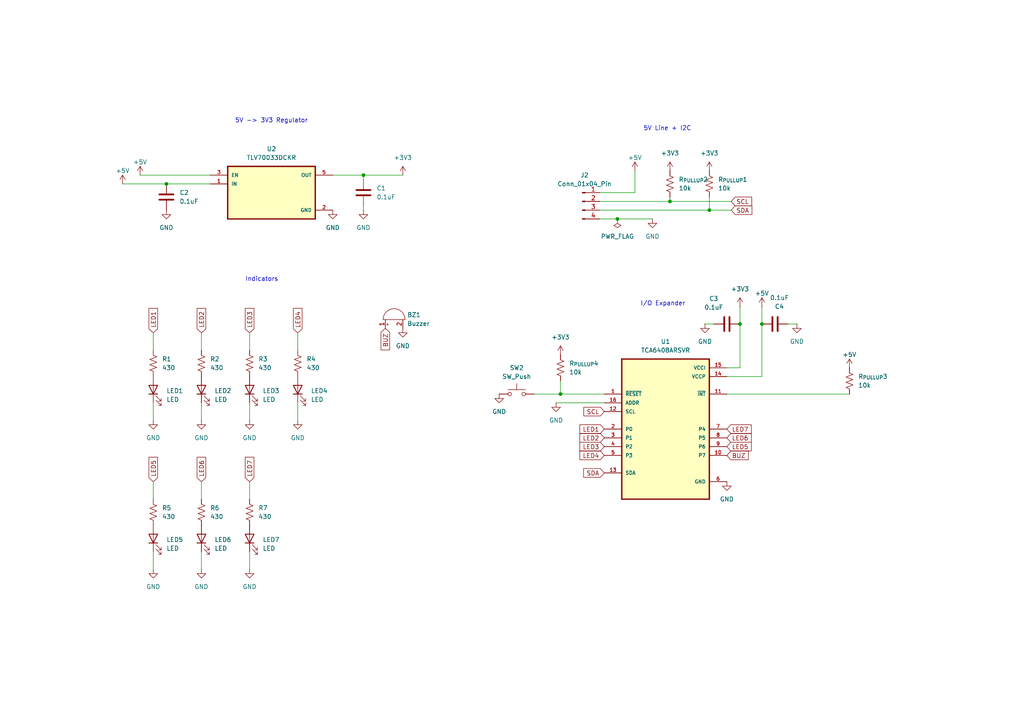
<source format=kicad_sch>
(kicad_sch (version 20250114) (generator "eeschema") (generator_version "9.0")
  (paper "A4")
  (title_block (title "Indicator Board") (date "2025-08-18") (rev "2") (company "HPVDT") (comment 1 "Abdullah Alsafar"))
  (lib_symbols
    (symbol "Connector:Conn_01x04_Pin" (pin_names (offset 1.016) (hide yes))
      (property "Reference" "J" (at 0 5.08 0))
      (property "Value" "Conn_01x04_Pin" (at 0 -7.62 0))
      (symbol "Conn_01x04_Pin_1_1"
        (rectangle (start 0.8636 2.667) (end 0 2.413) (stroke (width 0.1524)) (fill (type outline)))
        (rectangle (start 0.8636 0.127) (end 0 -0.127) (stroke (width 0.1524)) (fill (type outline)))
        (rectangle (start 0.8636 -2.413) (end 0 -2.667) (stroke (width 0.1524)) (fill (type outline)))
        (rectangle (start 0.8636 -4.953) (end 0 -5.207) (stroke (width 0.1524)) (fill (type outline)))
        (polyline (pts (xy 1.27 2.54) (xy 0.8636 2.54)) (stroke (width 0.1524)))
        (polyline (pts (xy 1.27 0) (xy 0.8636 0)) (stroke (width 0.1524)))
        (polyline (pts (xy 1.27 -2.54) (xy 0.8636 -2.54)) (stroke (width 0.1524)))
        (polyline (pts (xy 1.27 -5.08) (xy 0.8636 -5.08)) (stroke (width 0.1524)))
        (pin passive line (at 5.08 2.54 180) (length 3.81) (name "Pin_1") (number "1"))
        (pin passive line (at 5.08 0 180) (length 3.81) (name "Pin_2") (number "2"))
        (pin passive line (at 5.08 -2.54 180) (length 3.81) (name "Pin_3") (number "3"))
        (pin passive line (at 5.08 -5.08 180) (length 3.81) (name "Pin_4") (number "4"))
      )
    )
    (symbol "Device:Buzzer" (pin_names (offset 0.0254) (hide yes))
      (property "Reference" "BZ" (at 3.81 1.27 0))
      (property "Value" "Buzzer" (at 3.81 -1.27 0))
      (symbol "Buzzer_0_1"
        (polyline (pts (xy -1.651 1.905) (xy -1.143 1.905)))
        (polyline (pts (xy -1.397 2.159) (xy -1.397 1.651)))
        (arc (start 0 3.175) (mid 3.1612 0) (end 0 -3.175))
        (polyline (pts (xy 0 3.175) (xy 0 -3.175)))
      )
      (symbol "Buzzer_1_1"
        (pin passive line (at -2.54 2.54 0) (length 2.54) (name "-") (number "1"))
        (pin passive line (at -2.54 -2.54 0) (length 2.54) (name "+") (number "2"))
      )
    )
    (symbol "Device:C" (pin_numbers (hide yes)) (pin_names (offset 0.254))
      (property "Reference" "C" (at 0.635 2.54 0))
      (property "Value" "C" (at 0.635 -2.54 0))
      (symbol "C_0_1"
        (polyline (pts (xy -2.032 0.762) (xy 2.032 0.762)) (stroke (width 0.508)))
        (polyline (pts (xy -2.032 -0.762) (xy 2.032 -0.762)) (stroke (width 0.508)))
      )
      (symbol "C_1_1"
        (pin passive line (at 0 3.81 270) (length 2.794) (name "~") (number "1"))
        (pin passive line (at 0 -3.81 90) (length 2.794) (name "~") (number "2"))
      )
    )
    (symbol "Device:LED" (pin_numbers (hide yes)) (pin_names (offset 1.016) (hide yes))
      (property "Reference" "D" (at 0 2.54 0))
      (property "Value" "LED" (at 0 -2.54 0))
      (symbol "LED_0_1"
        (polyline (pts (xy -3.048 -0.762) (xy -4.572 -2.286) (xy -3.81 -2.286) (xy -4.572 -2.286) (xy -4.572 -1.524)))
        (polyline (pts (xy -1.778 -0.762) (xy -3.302 -2.286) (xy -2.54 -2.286) (xy -3.302 -2.286) (xy -3.302 -1.524)))
        (polyline (pts (xy -1.27 0) (xy 1.27 0)))
        (polyline (pts (xy -1.27 -1.27) (xy -1.27 1.27)) (stroke (width 0.254)))
        (polyline (pts (xy 1.27 -1.27) (xy 1.27 1.27) (xy -1.27 0) (xy 1.27 -1.27)) (stroke (width 0.254)))
      )
      (symbol "LED_1_1"
        (pin passive line (at -3.81 0 0) (length 2.54) (name "K") (number "1"))
        (pin passive line (at 3.81 0 180) (length 2.54) (name "A") (number "2"))
      )
    )
    (symbol "Device:R_US" (pin_numbers (hide yes)) (pin_names (offset 0))
      (property "Reference" "R" (at 2.54 0 90))
      (property "Value" "R_US" (at -2.54 0 90))
      (symbol "R_US_0_1"
        (polyline (pts (xy 0 2.286) (xy 0 2.54)))
        (polyline (pts (xy 0 2.286) (xy 1.016 1.905) (xy 0 1.524) (xy -1.016 1.143) (xy 0 0.762)))
        (polyline (pts (xy 0 0.762) (xy 1.016 0.381) (xy 0 0) (xy -1.016 -0.381) (xy 0 -0.762)))
        (polyline (pts (xy 0 -0.762) (xy 1.016 -1.143) (xy 0 -1.524) (xy -1.016 -1.905) (xy 0 -2.286)))
        (polyline (pts (xy 0 -2.286) (xy 0 -2.54)))
      )
      (symbol "R_US_1_1"
        (pin passive line (at 0 3.81 270) (length 1.27) (name "~") (number "1"))
        (pin passive line (at 0 -3.81 90) (length 1.27) (name "~") (number "2"))
      )
    )
    (symbol "Switch:SW_Push" (pin_numbers (hide yes)) (pin_names (offset 1.016) (hide yes))
      (property "Reference" "SW" (at 1.27 2.54 0))
      (property "Value" "SW_Push" (at 0 -1.524 0))
      (symbol "SW_Push_0_1"
        (circle (center -2.032 0) (radius 0.508))
        (polyline (pts (xy 0 1.27) (xy 0 3.048)))
        (circle (center 2.032 0) (radius 0.508))
        (polyline (pts (xy 2.54 1.27) (xy -2.54 1.27)))
        (pin passive line (at -5.08 0 0) (length 2.54) (name "1") (number "1"))
        (pin passive line (at 5.08 0 180) (length 2.54) (name "2") (number "2"))
      )
    )
    (symbol "TCA6408ARSVR:TCA6408ARSVR" (pin_names (offset 1.016))
      (property "Reference" "U" (at -12.7 21.32 0))
      (property "Value" "TCA6408ARSVR" (at -12.7 -24.32 0))
      (symbol "TCA6408ARSVR_0_0"
        (rectangle (start -12.7 -20.32) (end 12.7 20.32) (stroke (width 0.41)) (fill (type background)))
        (pin input line (at -17.78 10.16 0) (length 5.08) (name "~{RESET}") (number "1"))
        (pin input line (at -17.78 7.62 0) (length 5.08) (name "ADDR") (number "16"))
        (pin input line (at -17.78 5.08 0) (length 5.08) (name "SCL") (number "12"))
        (pin bidirectional line (at -17.78 0 0) (length 5.08) (name "P0") (number "2"))
        (pin bidirectional line (at -17.78 -2.54 0) (length 5.08) (name "P1") (number "3"))
        (pin bidirectional line (at -17.78 -5.08 0) (length 5.08) (name "P2") (number "4"))
        (pin bidirectional line (at -17.78 -7.62 0) (length 5.08) (name "P3") (number "5"))
        (pin bidirectional line (at -17.78 -12.7 0) (length 5.08) (name "SDA") (number "13"))
        (pin power_in line (at 17.78 17.78 180) (length 5.08) (name "VCCI") (number "15"))
        (pin power_in line (at 17.78 15.24 180) (length 5.08) (name "VCCP") (number "14"))
        (pin output line (at 17.78 10.16 180) (length 5.08) (name "~{INT}") (number "11"))
        (pin bidirectional line (at 17.78 0 180) (length 5.08) (name "P4") (number "7"))
        (pin bidirectional line (at 17.78 -2.54 180) (length 5.08) (name "P5") (number "8"))
        (pin bidirectional line (at 17.78 -5.08 180) (length 5.08) (name "P6") (number "9"))
        (pin bidirectional line (at 17.78 -7.62 180) (length 5.08) (name "P7") (number "10"))
        (pin power_in line (at 17.78 -15.24 180) (length 5.08) (name "GND") (number "6"))
      )
    )
    (symbol "TLV70033DCKR:TLV70033DCKR" (pin_names (offset 1.016))
      (property "Reference" "U" (at -12.7 8.62 0))
      (property "Value" "TLV70033DCKR" (at -12.7 -11.62 0))
      (symbol "TLV70033DCKR_0_0"
        (rectangle (start -12.7 -7.62) (end 12.7 7.62) (stroke (width 0.41)) (fill (type background)))
        (pin input line (at -17.78 5.08 0) (length 5.08) (name "EN") (number "3"))
        (pin input line (at -17.78 2.54 0) (length 5.08) (name "IN") (number "1"))
        (pin output line (at 17.78 5.08 180) (length 5.08) (name "OUT") (number "5"))
        (pin power_in line (at 17.78 -5.08 180) (length 5.08) (name "GND") (number "2"))
      )
    )
    (symbol "power:+3V3" (power) (pin_numbers (hide yes)) (pin_names (offset 0) (hide yes))
      (property "Value" "+3V3" (at 0 3.556 0))
      (symbol "+3V3_0_1"
        (polyline (pts (xy -0.762 1.27) (xy 0 2.54)))
        (polyline (pts (xy 0 2.54) (xy 0.762 1.27)))
        (polyline (pts (xy 0 0) (xy 0 2.54)))
      )
      (symbol "+3V3_1_1"
        (pin power_in line (at 0 0 90) (length 0) (name "~") (number "1"))
      )
    )
    (symbol "power:+5V" (power) (pin_numbers (hide yes)) (pin_names (offset 0) (hide yes))
      (property "Value" "+5V" (at 0 3.556 0))
      (symbol "+5V_0_1"
        (polyline (pts (xy -0.762 1.27) (xy 0 2.54)))
        (polyline (pts (xy 0 2.54) (xy 0.762 1.27)))
        (polyline (pts (xy 0 0) (xy 0 2.54)))
      )
      (symbol "+5V_1_1"
        (pin power_in line (at 0 0 90) (length 0) (name "~") (number "1"))
      )
    )
    (symbol "power:GND" (power) (pin_numbers (hide yes)) (pin_names (offset 0) (hide yes))
      (property "Value" "GND" (at 0 -3.81 0))
      (symbol "GND_0_1"
        (polyline (pts (xy 0 0) (xy 0 -1.27) (xy 1.27 -1.27) (xy 0 -2.54) (xy -1.27 -1.27) (xy 0 -1.27)))
      )
      (symbol "GND_1_1"
        (pin power_in line (at 0 0 270) (length 0) (name "~") (number "1"))
      )
    )
    (symbol "power:PWR_FLAG" (power) (pin_numbers (hide yes)) (pin_names (offset 0) (hide yes))
      (property "Value" "PWR_FLAG" (at 0 3.81 0))
      (symbol "PWR_FLAG_0_0"
        (pin power_out line (at 0 0 90) (length 0) (name "~") (number "1"))
      )
      (symbol "PWR_FLAG_0_1"
        (polyline (pts (xy 0 0) (xy 0 1.27) (xy -1.016 1.905) (xy 0 2.54) (xy 1.016 1.905) (xy 0 1.27)))
      )
    )
  )
  (text "5V Line + I2C" (at 193.548 37.338 0) (effects (font (size 1.27 1.27))))
  (text "I/O Expander" (at 192.278 88.138 0) (effects (font (size 1.27 1.27))))
  (text "5V -> 3V3 Regulator" (at 78.74 35.052 0) (effects (font (size 1.27 1.27))))
  (text "Indicators" (at 71.12 81.788 0) (effects (font (size 1.27 1.27)) (justify left bottom)))
  (junction (at 105.41 50.8))
  (junction (at 205.74 60.96))
  (junction (at 179.07 63.5))
  (junction (at 48.26 53.34))
  (junction (at 214.63 93.98))
  (junction (at 220.98 93.98))
  (junction (at 162.56 114.3))
  (junction (at 194.31 58.42))
  (wire (pts (xy 194.31 58.42) (xy 173.99 58.42)))
  (wire (pts (xy 58.42 160.02) (xy 58.42 165.1)))
  (wire (pts (xy 220.98 109.22) (xy 210.82 109.22)))
  (wire (pts (xy 86.36 116.84) (xy 86.36 121.92)))
  (wire (pts (xy 189.23 63.5) (xy 179.07 63.5)))
  (wire (pts (xy 212.09 58.42) (xy 194.31 58.42)))
  (wire (pts (xy 58.42 139.7) (xy 58.42 144.78)))
  (wire (pts (xy 72.39 160.02) (xy 72.39 165.1)))
  (wire (pts (xy 105.41 60.96) (xy 105.41 59.69)))
  (wire (pts (xy 72.39 116.84) (xy 72.39 121.92)))
  (wire (pts (xy 205.74 57.15) (xy 205.74 60.96)))
  (wire (pts (xy 162.56 110.49) (xy 162.56 114.3)))
  (wire (pts (xy 184.15 49.53) (xy 184.15 55.88)))
  (wire (pts (xy 179.07 63.5) (xy 173.99 63.5)))
  (wire (pts (xy 194.31 57.15) (xy 194.31 58.42)))
  (wire (pts (xy 72.39 139.7) (xy 72.39 144.78)))
  (wire (pts (xy 105.41 50.8) (xy 105.41 52.07)))
  (wire (pts (xy 220.98 93.98) (xy 220.98 109.22)))
  (wire (pts (xy 154.94 114.3) (xy 162.56 114.3)))
  (wire (pts (xy 220.98 88.9) (xy 220.98 93.98)))
  (wire (pts (xy 72.39 96.52) (xy 72.39 101.6)))
  (wire (pts (xy 44.45 160.02) (xy 44.45 165.1)))
  (wire (pts (xy 214.63 93.98) (xy 214.63 106.68)))
  (wire (pts (xy 204.47 93.98) (xy 207.01 93.98)))
  (wire (pts (xy 48.26 53.34) (xy 60.96 53.34)))
  (wire (pts (xy 162.56 114.3) (xy 175.26 114.3)))
  (wire (pts (xy 205.74 60.96) (xy 173.99 60.96)))
  (wire (pts (xy 86.36 96.52) (xy 86.36 101.6)))
  (wire (pts (xy 44.45 96.52) (xy 44.45 101.6)))
  (wire (pts (xy 184.15 55.88) (xy 173.99 55.88)))
  (wire (pts (xy 44.45 116.84) (xy 44.45 121.92)))
  (wire (pts (xy 210.82 114.3) (xy 246.38 114.3)))
  (wire (pts (xy 214.63 106.68) (xy 210.82 106.68)))
  (wire (pts (xy 40.64 50.8) (xy 60.96 50.8)))
  (wire (pts (xy 44.45 139.7) (xy 44.45 144.78)))
  (wire (pts (xy 116.84 50.8) (xy 105.41 50.8)))
  (wire (pts (xy 161.29 116.84) (xy 175.26 116.84)))
  (wire (pts (xy 35.56 53.34) (xy 48.26 53.34)))
  (wire (pts (xy 214.63 88.9) (xy 214.63 93.98)))
  (wire (pts (xy 96.52 50.8) (xy 105.41 50.8)))
  (wire (pts (xy 212.09 60.96) (xy 205.74 60.96)))
  (wire (pts (xy 231.14 93.98) (xy 228.6 93.98)))
  (wire (pts (xy 58.42 116.84) (xy 58.42 121.92)))
  (wire (pts (xy 58.42 96.52) (xy 58.42 101.6)))
  (global_label "LED4" (shape input) (at 86.36 96.52 90) (property "Intersheetrefs" "${INTERSHEET_REFS}" (effects (hide yes))))
  (global_label "BUZ" (shape input) (at 111.76 95.25 270) (property "Intersheetrefs" "${INTERSHEET_REFS}" (effects (hide yes))))
  (global_label "LED1" (shape input) (at 44.45 96.52 90) (property "Intersheetrefs" "${INTERSHEET_REFS}" (effects (hide yes))))
  (global_label "LED6" (shape input) (at 210.82 127 0) (property "Intersheetrefs" "${INTERSHEET_REFS}" (effects (hide yes))))
  (global_label "LED3" (shape input) (at 72.39 96.52 90) (property "Intersheetrefs" "${INTERSHEET_REFS}" (effects (hide yes))))
  (global_label "LED5" (shape input) (at 210.82 129.54 0) (property "Intersheetrefs" "${INTERSHEET_REFS}" (effects (hide yes))))
  (global_label "SCL" (shape input) (at 175.26 119.38 180) (property "Intersheetrefs" "${INTERSHEET_REFS}" (effects (hide yes))))
  (global_label "SDA" (shape input) (at 212.09 60.96 0) (property "Intersheetrefs" "${INTERSHEET_REFS}" (effects (hide yes))))
  (global_label "LED3" (shape input) (at 175.26 129.54 180) (property "Intersheetrefs" "${INTERSHEET_REFS}" (effects (hide yes))))
  (global_label "LED7" (shape input) (at 210.82 124.46 0) (property "Intersheetrefs" "${INTERSHEET_REFS}" (effects (hide yes))))
  (global_label "BUZ" (shape input) (at 210.82 132.08 0) (property "Intersheetrefs" "${INTERSHEET_REFS}" (effects (hide yes))))
  (global_label "SDA" (shape input) (at 175.26 137.16 180) (property "Intersheetrefs" "${INTERSHEET_REFS}" (effects (hide yes))))
  (global_label "LED5" (shape input) (at 44.45 139.7 90) (property "Intersheetrefs" "${INTERSHEET_REFS}" (effects (hide yes))))
  (global_label "LED1" (shape input) (at 175.26 124.46 180) (property "Intersheetrefs" "${INTERSHEET_REFS}" (effects (hide yes))))
  (global_label "LED2" (shape input) (at 58.42 96.52 90) (property "Intersheetrefs" "${INTERSHEET_REFS}" (effects (hide yes))))
  (global_label "LED4" (shape input) (at 175.26 132.08 180) (property "Intersheetrefs" "${INTERSHEET_REFS}" (effects (hide yes))))
  (global_label "SCL" (shape input) (at 212.09 58.42 0) (property "Intersheetrefs" "${INTERSHEET_REFS}" (effects (hide yes))))
  (global_label "LED2" (shape input) (at 175.26 127 180) (property "Intersheetrefs" "${INTERSHEET_REFS}" (effects (hide yes))))
  (global_label "LED7" (shape input) (at 72.39 139.7 90) (property "Intersheetrefs" "${INTERSHEET_REFS}" (effects (hide yes))))
  (global_label "LED6" (shape input) (at 58.42 139.7 90) (property "Intersheetrefs" "${INTERSHEET_REFS}" (effects (hide yes))))
  (symbol (lib_id "Device:R_US") (at 86.36 105.41 180) (unit 1)
    (property "Reference" "R4" (at 88.9 104.1399 0) (effects (justify right)))
    (property "Value" "430" (at 88.9 106.6799 0) (effects (justify right)))
    (property "Footprint" "Resistor_SMD:R_0603_1608Metric" (effects (hide yes)))
  )
  (symbol (lib_id "power:GND") (at 48.26 60.96 0) (mirror y) (unit 1)
    (property "Reference" "#PWR012" (effects (hide yes)))
    (property "Value" "GND" (at 48.26 66.04 0))
  )
  (symbol (lib_id "power:+3V3") (at 194.31 49.53 0) (unit 1)
    (property "Reference" "#PWR018" (effects (hide yes)))
    (property "Value" "+3V3" (at 194.31 44.45 0))
    (property "Description" "Power symbol creates a global label with name \"+3V3\"" (effects (hide yes)))
  )
  (symbol (lib_id "Device:R_US") (at 58.42 148.59 180) (unit 1)
    (property "Reference" "R6" (at 60.96 147.32 0) (effects (justify right)))
    (property "Value" "430" (at 60.96 149.86 0) (effects (justify right)))
    (property "Footprint" "Resistor_SMD:R_0603_1608Metric" (effects (hide yes)))
  )
  (symbol (lib_id "power:GND") (at 58.42 121.92 0) (mirror y) (unit 1)
    (property "Reference" "#PWR02" (effects (hide yes)))
    (property "Value" "GND" (at 58.42 127 0))
  )
  (symbol (lib_id "Device:LED") (at 44.45 113.03 90) (unit 1)
    (property "Reference" "LED1" (at 48.26 113.3474 90) (effects (justify right)))
    (property "Value" "LED" (at 48.26 115.8874 90) (effects (justify right)))
    (property "Footprint" "LED_THT:LED_D4.0mm" (effects (hide yes)))
    (property "Sim.Pins" "1=K 2=A" (effects (hide yes)))
  )
  (symbol (lib_id "Device:LED") (at 58.42 156.21 90) (unit 1)
    (property "Reference" "LED6" (at 62.23 156.5274 90) (effects (justify right)))
    (property "Value" "LED" (at 62.23 159.0674 90) (effects (justify right)))
    (property "Footprint" "LED_THT:LED_D4.0mm" (effects (hide yes)))
    (property "Sim.Pins" "1=K 2=A" (effects (hide yes)))
  )
  (symbol (lib_id "Device:R_US") (at 246.38 110.49 180) (unit 1)
    (property "Reference" "R_{PULLUP}3" (at 248.92 109.22 0) (effects (justify right)))
    (property "Value" "10k" (at 248.92 111.76 0) (effects (justify right)))
    (property "Footprint" "Resistor_SMD:R_0603_1608Metric" (effects (hide yes)))
  )
  (symbol (lib_id "power:GND") (at 161.29 116.84 0) (mirror y) (unit 1)
    (property "Reference" "#PWR016" (effects (hide yes)))
    (property "Value" "GND" (at 161.29 121.92 0))
  )
  (symbol (lib_id "Device:R_US") (at 194.31 53.34 180) (unit 1)
    (property "Reference" "R_{PULLUP}2" (at 196.85 52.07 0) (effects (justify right)))
    (property "Value" "10k" (at 196.85 54.61 0) (effects (justify right)))
    (property "Footprint" "Resistor_SMD:R_0603_1608Metric" (effects (hide yes)))
  )
  (symbol (lib_id "Device:Buzzer") (at 114.3 92.71 90) (unit 1)
    (property "Reference" "BZ1" (at 118.11 91.3199 90) (effects (justify right)))
    (property "Value" "Buzzer" (at 118.11 93.8599 90) (effects (justify right)))
    (property "Footprint" "Buzzer_Beeper:Buzzer_12x9.5RM7.6" (effects (hide yes)))
  )
  (symbol (lib_id "power:+5V") (at 246.38 106.68 0) (mirror y) (unit 1)
    (property "Reference" "#PWR020" (effects (hide yes)))
    (property "Value" "+5V" (at 246.38 102.87 0))
  )
  (symbol (lib_id "Device:C") (at 224.79 93.98 270) (unit 1)
    (property "Reference" "C4" (at 226.06 88.9 90))
    (property "Value" "0.1uF" (at 226.06 86.36 90))
    (property "Footprint" "Capacitor_SMD:C_0603_1608Metric" (effects (hide yes)))
    (property "Description" "Unpolarized capacitor" (effects (hide yes)))
  )
  (symbol (lib_id "power:GND") (at 96.52 60.96 0) (mirror y) (unit 1)
    (property "Reference" "#PWR06" (effects (hide yes)))
    (property "Value" "GND" (at 96.52 66.04 0))
  )
  (symbol (lib_id "Device:LED") (at 72.39 156.21 90) (unit 1)
    (property "Reference" "LED7" (at 76.2 156.5274 90) (effects (justify right)))
    (property "Value" "LED" (at 76.2 159.0674 90) (effects (justify right)))
    (property "Footprint" "LED_THT:LED_D4.0mm" (effects (hide yes)))
    (property "Sim.Pins" "1=K 2=A" (effects (hide yes)))
  )
  (symbol (lib_id "Device:C") (at 105.41 55.88 0) (unit 1)
    (property "Reference" "C1" (at 109.22 54.6099 0) (effects (justify left)))
    (property "Value" "0.1uF" (at 109.22 57.1499 0) (effects (justify left)))
    (property "Footprint" "Capacitor_SMD:C_0603_1608Metric" (effects (hide yes)))
    (property "Description" "Unpolarized capacitor" (effects (hide yes)))
  )
  (symbol (lib_id "TLV70033DCKR:TLV70033DCKR") (at 78.74 55.88 0) (unit 1)
    (property "Reference" "U2" (at 78.74 43.18 0))
    (property "Value" "TLV70033DCKR" (at 78.74 45.72 0))
    (property "Footprint" "TLV70033DCKR:SOT65P210X110-5N" (effects (hide yes)))
  )
  (symbol (lib_id "power:+5V") (at 40.64 50.8 0) (mirror y) (unit 1)
    (property "Reference" "#PWR021" (effects (hide yes)))
    (property "Value" "+5V" (at 40.64 46.99 0))
  )
  (symbol (lib_id "Device:R_US") (at 44.45 148.59 180) (unit 1)
    (property "Reference" "R5" (at 46.99 147.32 0) (effects (justify right)))
    (property "Value" "430" (at 46.99 149.86 0) (effects (justify right)))
    (property "Footprint" "Resistor_SMD:R_0603_1608Metric" (effects (hide yes)))
  )
  (symbol (lib_id "power:GND") (at 144.78 114.3 0) (unit 1)
    (property "Reference" "#PWR027" (effects (hide yes)))
    (property "Value" "GND" (at 144.78 119.38 0))
    (property "Description" "Power symbol creates a global label with name \"GND\" , ground" (effects (hide yes)))
  )
  (symbol (lib_id "Device:LED") (at 86.36 113.03 90) (unit 1)
    (property "Reference" "LED4" (at 90.17 113.3474 90) (effects (justify right)))
    (property "Value" "LED" (at 90.17 115.8874 90) (effects (justify right)))
    (property "Footprint" "LED_THT:LED_D4.0mm" (effects (hide yes)))
    (property "Sim.Pins" "1=K 2=A" (effects (hide yes)))
  )
  (symbol (lib_id "TCA6408ARSVR:TCA6408ARSVR") (at 193.04 124.46 0) (unit 1)
    (property "Reference" "U1" (at 193.04 99.06 0))
    (property "Value" "TCA6408ARSVR" (at 193.04 101.6 0))
    (property "Footprint" "TCA6408ARSVR:QFN40P180X260X55-16N" (effects (hide yes)))
  )
  (symbol (lib_id "power:GND") (at 116.84 95.25 0) (mirror y) (unit 1)
    (property "Reference" "#PWR017" (effects (hide yes)))
    (property "Value" "GND" (at 116.84 100.33 0))
  )
  (symbol (lib_id "Device:R_US") (at 162.56 106.68 180) (unit 1)
    (property "Reference" "R_{PULLUP}4" (at 165.1 105.41 0) (effects (justify right)))
    (property "Value" "10k" (at 165.1 107.95 0) (effects (justify right)))
    (property "Footprint" "Resistor_SMD:R_0603_1608Metric" (effects (hide yes)))
  )
  (symbol (lib_id "Device:R_US") (at 44.45 105.41 180) (unit 1)
    (property "Reference" "R1" (at 46.99 104.14 0) (effects (justify right)))
    (property "Value" "430" (at 46.99 106.68 0) (effects (justify right)))
    (property "Footprint" "Resistor_SMD:R_0603_1608Metric" (effects (hide yes)))
  )
  (symbol (lib_id "power:GND") (at 72.39 165.1 0) (mirror y) (unit 1)
    (property "Reference" "#PWR024" (effects (hide yes)))
    (property "Value" "GND" (at 72.39 170.18 0))
  )
  (symbol (lib_id "Device:LED") (at 44.45 156.21 90) (unit 1)
    (property "Reference" "LED5" (at 48.26 156.5274 90) (effects (justify right)))
    (property "Value" "LED" (at 48.26 159.0674 90) (effects (justify right)))
    (property "Footprint" "LED_THT:LED_D4.0mm" (effects (hide yes)))
    (property "Sim.Pins" "1=K 2=A" (effects (hide yes)))
  )
  (symbol (lib_id "Device:R_US") (at 72.39 148.59 180) (unit 1)
    (property "Reference" "R7" (at 74.93 147.32 0) (effects (justify right)))
    (property "Value" "430" (at 74.93 149.86 0) (effects (justify right)))
    (property "Footprint" "Resistor_SMD:R_0603_1608Metric" (effects (hide yes)))
  )
  (symbol (lib_id "power:GND") (at 231.14 93.98 0) (mirror y) (unit 1)
    (property "Reference" "#PWR026" (effects (hide yes)))
    (property "Value" "GND" (at 231.14 99.06 0))
  )
  (symbol (lib_id "power:GND") (at 72.39 121.92 0) (mirror y) (unit 1)
    (property "Reference" "#PWR03" (effects (hide yes)))
    (property "Value" "GND" (at 72.39 127 0))
  )
  (symbol (lib_id "Connector:Conn_01x04_Pin") (at 168.91 58.42 0) (unit 1)
    (property "Reference" "J2" (at 169.545 50.8 0))
    (property "Value" "Conn_01x04_Pin" (at 169.545 53.34 0))
    (property "Footprint" "Connector_JST:JST_XH_B4B-XH-A_1x04_P2.50mm_Vertical" (effects (hide yes)))
    (property "Description" "Generic connector, single row, 01x04, script generated" (effects (hide yes)))
  )
  (symbol (lib_id "power:GND") (at 189.23 63.5 0) (mirror y) (unit 1)
    (property "Reference" "#PWR015" (effects (hide yes)))
    (property "Value" "GND" (at 189.23 68.58 0))
  )
  (symbol (lib_id "power:GND") (at 58.42 165.1 0) (mirror y) (unit 1)
    (property "Reference" "#PWR023" (effects (hide yes)))
    (property "Value" "GND" (at 58.42 170.18 0))
  )
  (symbol (lib_id "power:+3V3") (at 214.63 88.9 0) (unit 1)
    (property "Reference" "#PWR013" (effects (hide yes)))
    (property "Value" "+3V3" (at 214.63 83.82 0))
    (property "Description" "Power symbol creates a global label with name \"+3V3\"" (effects (hide yes)))
  )
  (symbol (lib_id "Device:R_US") (at 72.39 105.41 180) (unit 1)
    (property "Reference" "R3" (at 74.93 104.14 0) (effects (justify right)))
    (property "Value" "430" (at 74.93 106.68 0) (effects (justify right)))
    (property "Footprint" "Resistor_SMD:R_0603_1608Metric" (effects (hide yes)))
  )
  (symbol (lib_id "Device:C") (at 48.26 57.15 0) (unit 1)
    (property "Reference" "C2" (at 52.07 55.8799 0) (effects (justify left)))
    (property "Value" "0.1uF" (at 52.07 58.4199 0) (effects (justify left)))
    (property "Footprint" "Capacitor_SMD:C_0603_1608Metric" (effects (hide yes)))
    (property "Description" "Unpolarized capacitor" (effects (hide yes)))
  )
  (symbol (lib_id "power:GND") (at 204.47 93.98 0) (mirror y) (unit 1)
    (property "Reference" "#PWR025" (effects (hide yes)))
    (property "Value" "GND" (at 204.47 99.06 0))
  )
  (symbol (lib_id "power:+5V") (at 35.56 53.34 0) (mirror y) (unit 1)
    (property "Reference" "#PWR014" (effects (hide yes)))
    (property "Value" "+5V" (at 35.56 49.53 0))
  )
  (symbol (lib_id "power:+3V3") (at 116.84 50.8 0) (unit 1)
    (property "Reference" "#PWR011" (effects (hide yes)))
    (property "Value" "+3V3" (at 116.84 45.72 0))
    (property "Description" "Power symbol creates a global label with name \"+3V3\"" (effects (hide yes)))
  )
  (symbol (lib_id "power:+3V3") (at 162.56 102.87 0) (unit 1)
    (property "Reference" "#PWR05" (effects (hide yes)))
    (property "Value" "+3V3" (at 162.56 97.79 0))
    (property "Description" "Power symbol creates a global label with name \"+3V3\"" (effects (hide yes)))
  )
  (symbol (lib_id "power:+5V") (at 184.15 49.53 0) (mirror y) (unit 1)
    (property "Reference" "#PWR04" (effects (hide yes)))
    (property "Value" "+5V" (at 184.15 45.72 0))
  )
  (symbol (lib_id "power:GND") (at 86.36 121.92 0) (mirror y) (unit 1)
    (property "Reference" "#PWR08" (effects (hide yes)))
    (property "Value" "GND" (at 86.36 127 0))
  )
  (symbol (lib_id "Device:C") (at 210.82 93.98 90) (unit 1)
    (property "Reference" "C3" (at 207.01 86.614 90))
    (property "Value" "0.1uF" (at 207.01 89.154 90))
    (property "Footprint" "Capacitor_SMD:C_0603_1608Metric" (effects (hide yes)))
    (property "Description" "Unpolarized capacitor" (effects (hide yes)))
  )
  (symbol (lib_id "power:+3V3") (at 205.74 49.53 0) (unit 1)
    (property "Reference" "#PWR019" (effects (hide yes)))
    (property "Value" "+3V3" (at 205.74 44.45 0))
    (property "Description" "Power symbol creates a global label with name \"+3V3\"" (effects (hide yes)))
  )
  (symbol (lib_id "Device:LED") (at 58.42 113.03 90) (unit 1)
    (property "Reference" "LED2" (at 62.23 113.3474 90) (effects (justify right)))
    (property "Value" "LED" (at 62.23 115.8874 90) (effects (justify right)))
    (property "Footprint" "LED_THT:LED_D4.0mm" (effects (hide yes)))
    (property "Sim.Pins" "1=K 2=A" (effects (hide yes)))
  )
  (symbol (lib_id "power:PWR_FLAG") (at 179.07 63.5 180) (unit 1)
    (property "Reference" "#FLG01" (effects (hide yes)))
    (property "Value" "PWR_FLAG" (at 179.07 68.58 0))
    (property "Description" "Special symbol for telling ERC where power comes from" (effects (hide yes)))
  )
  (symbol (lib_id "power:GND") (at 44.45 121.92 0) (mirror y) (unit 1)
    (property "Reference" "#PWR01" (effects (hide yes)))
    (property "Value" "GND" (at 44.45 127 0))
  )
  (symbol (lib_id "power:GND") (at 210.82 139.7 0) (mirror y) (unit 1)
    (property "Reference" "#PWR09" (effects (hide yes)))
    (property "Value" "GND" (at 210.82 144.78 0))
  )
  (symbol (lib_id "power:+5V") (at 220.98 88.9 0) (mirror y) (unit 1)
    (property "Reference" "#PWR010" (effects (hide yes)))
    (property "Value" "+5V" (at 220.98 85.09 0))
  )
  (symbol (lib_id "Device:R_US") (at 58.42 105.41 180) (unit 1)
    (property "Reference" "R2" (at 60.96 104.14 0) (effects (justify right)))
    (property "Value" "430" (at 60.96 106.68 0) (effects (justify right)))
    (property "Footprint" "Resistor_SMD:R_0603_1608Metric" (effects (hide yes)))
  )
  (symbol (lib_id "Device:R_US") (at 205.74 53.34 180) (unit 1)
    (property "Reference" "R_{PULLUP}1" (at 208.28 52.07 0) (effects (justify right)))
    (property "Value" "10k" (at 208.28 54.61 0) (effects (justify right)))
    (property "Footprint" "Resistor_SMD:R_0603_1608Metric" (effects (hide yes)))
  )
  (symbol (lib_id "power:GND") (at 105.41 60.96 0) (mirror y) (unit 1)
    (property "Reference" "#PWR07" (effects (hide yes)))
    (property "Value" "GND" (at 105.41 66.04 0))
  )
  (symbol (lib_id "Device:LED") (at 72.39 113.03 90) (unit 1)
    (property "Reference" "LED3" (at 76.2 113.3474 90) (effects (justify right)))
    (property "Value" "LED" (at 76.2 115.8874 90) (effects (justify right)))
    (property "Footprint" "LED_THT:LED_D4.0mm" (effects (hide yes)))
    (property "Sim.Pins" "1=K 2=A" (effects (hide yes)))
  )
  (symbol (lib_id "Switch:SW_Push") (at 149.86 114.3 0) (unit 1)
    (property "Reference" "SW2" (at 149.86 106.68 0))
    (property "Value" "SW_Push" (at 149.86 109.22 0))
    (property "Footprint" "Button_Switch_SMD:SW_SPST_B3U-1000P-B" (effects (hide yes)))
    (property "Description" "Push button switch, generic, two pins" (effects (hide yes)))
  )
  (symbol (lib_id "power:GND") (at 44.45 165.1 0) (mirror y) (unit 1)
    (property "Reference" "#PWR022" (effects (hide yes)))
    (property "Value" "GND" (at 44.45 170.18 0))
  )
)
</source>
